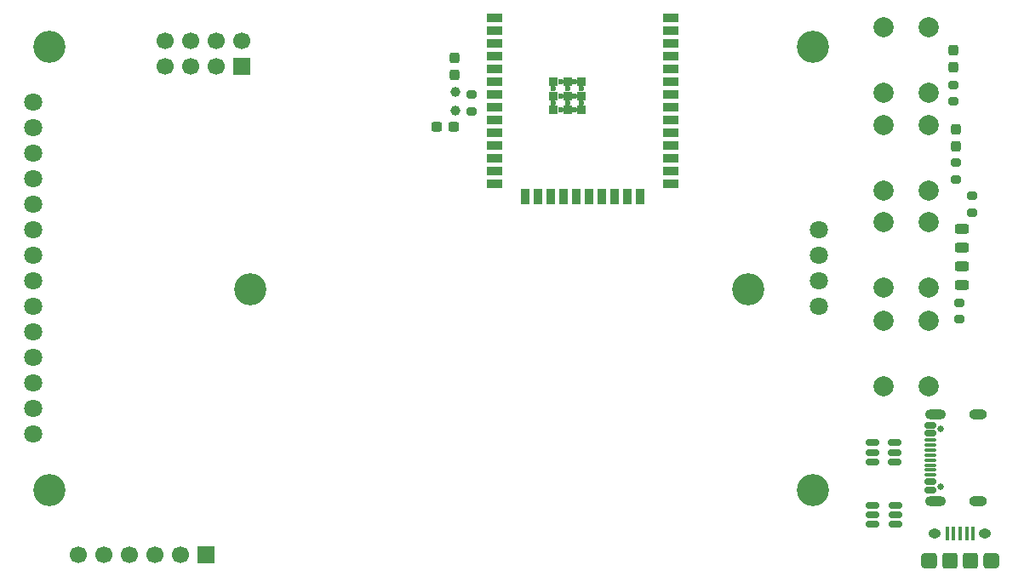
<source format=gts>
%TF.GenerationSoftware,KiCad,Pcbnew,9.0.5*%
%TF.CreationDate,2025-11-26T19:59:54+01:00*%
%TF.ProjectId,stacja_pogody_modu__wew,73746163-6a61-45f7-906f-676f64795f6d,rev?*%
%TF.SameCoordinates,Original*%
%TF.FileFunction,Soldermask,Top*%
%TF.FilePolarity,Negative*%
%FSLAX46Y46*%
G04 Gerber Fmt 4.6, Leading zero omitted, Abs format (unit mm)*
G04 Created by KiCad (PCBNEW 9.0.5) date 2025-11-26 19:59:54*
%MOMM*%
%LPD*%
G01*
G04 APERTURE LIST*
G04 Aperture macros list*
%AMRoundRect*
0 Rectangle with rounded corners*
0 $1 Rounding radius*
0 $2 $3 $4 $5 $6 $7 $8 $9 X,Y pos of 4 corners*
0 Add a 4 corners polygon primitive as box body*
4,1,4,$2,$3,$4,$5,$6,$7,$8,$9,$2,$3,0*
0 Add four circle primitives for the rounded corners*
1,1,$1+$1,$2,$3*
1,1,$1+$1,$4,$5*
1,1,$1+$1,$6,$7*
1,1,$1+$1,$8,$9*
0 Add four rect primitives between the rounded corners*
20,1,$1+$1,$2,$3,$4,$5,0*
20,1,$1+$1,$4,$5,$6,$7,0*
20,1,$1+$1,$6,$7,$8,$9,0*
20,1,$1+$1,$8,$9,$2,$3,0*%
G04 Aperture macros list end*
%ADD10C,3.200000*%
%ADD11C,1.800000*%
%ADD12R,1.700000X1.700000*%
%ADD13C,1.700000*%
%ADD14C,2.000000*%
%ADD15RoundRect,0.237500X-0.237500X0.300000X-0.237500X-0.300000X0.237500X-0.300000X0.237500X0.300000X0*%
%ADD16RoundRect,0.200000X0.275000X-0.200000X0.275000X0.200000X-0.275000X0.200000X-0.275000X-0.200000X0*%
%ADD17RoundRect,0.243750X0.456250X-0.243750X0.456250X0.243750X-0.456250X0.243750X-0.456250X-0.243750X0*%
%ADD18RoundRect,0.200000X-0.275000X0.200000X-0.275000X-0.200000X0.275000X-0.200000X0.275000X0.200000X0*%
%ADD19C,1.000000*%
%ADD20RoundRect,0.150000X0.512500X0.150000X-0.512500X0.150000X-0.512500X-0.150000X0.512500X-0.150000X0*%
%ADD21R,1.500000X0.900000*%
%ADD22R,0.900000X1.500000*%
%ADD23R,0.900000X0.900000*%
%ADD24C,0.600000*%
%ADD25C,0.650000*%
%ADD26RoundRect,0.150000X0.425000X-0.150000X0.425000X0.150000X-0.425000X0.150000X-0.425000X-0.150000X0*%
%ADD27RoundRect,0.075000X0.500000X-0.075000X0.500000X0.075000X-0.500000X0.075000X-0.500000X-0.075000X0*%
%ADD28O,2.100000X1.000000*%
%ADD29O,1.800000X1.000000*%
%ADD30RoundRect,0.237500X-0.300000X-0.237500X0.300000X-0.237500X0.300000X0.237500X-0.300000X0.237500X0*%
%ADD31RoundRect,0.100000X-0.100000X-0.575000X0.100000X-0.575000X0.100000X0.575000X-0.100000X0.575000X0*%
%ADD32O,0.890000X1.550000*%
%ADD33RoundRect,0.250000X-0.475000X-0.525000X0.475000X-0.525000X0.475000X0.525000X-0.475000X0.525000X0*%
%ADD34O,1.250000X0.950000*%
%ADD35RoundRect,0.250000X-0.500000X-0.525000X0.500000X-0.525000X0.500000X0.525000X-0.500000X0.525000X0*%
%ADD36RoundRect,0.243750X-0.456250X0.243750X-0.456250X-0.243750X0.456250X-0.243750X0.456250X0.243750X0*%
%ADD37C,0.350000*%
%ADD38C,0.200000*%
%ADD39O,1.700000X0.600000*%
%ADD40O,1.400000X0.600000*%
%ADD41O,0.500000X1.150000*%
%ADD42O,0.850000X0.550000*%
G04 APERTURE END LIST*
D10*
%TO.C,H2*%
X174500000Y-87000000D03*
%TD*%
%TO.C,U3*%
X180918400Y-106995026D03*
X180918044Y-62894849D03*
X105024743Y-62907515D03*
X105018400Y-106995026D03*
D11*
X103419672Y-68399569D03*
X103419672Y-70939569D03*
X103419672Y-73479569D03*
X103419672Y-76019569D03*
X103419672Y-78559569D03*
X103419672Y-81099569D03*
X103419672Y-83639569D03*
X103419672Y-86179569D03*
X103419672Y-88719569D03*
X103419672Y-91259569D03*
X103419672Y-93799569D03*
X103419672Y-96339569D03*
X103419672Y-98879569D03*
X103419672Y-101419569D03*
X181518044Y-81099849D03*
X181518044Y-83639849D03*
X181518044Y-86179849D03*
X181518044Y-88719849D03*
%TD*%
D12*
%TO.C,J2*%
X120620000Y-113440000D03*
D13*
X118080000Y-113440000D03*
X115540000Y-113440000D03*
X113000000Y-113440000D03*
X110460000Y-113440000D03*
X107920000Y-113440000D03*
%TD*%
D14*
%TO.C,SW4*%
X192440000Y-90190000D03*
X192440000Y-96690000D03*
X187940000Y-90190000D03*
X187940000Y-96690000D03*
%TD*%
D15*
%TO.C,C16*%
X145280000Y-63957500D03*
X145280000Y-65682500D03*
%TD*%
D16*
%TO.C,R16*%
X195490000Y-90010000D03*
X195490000Y-88360000D03*
%TD*%
D15*
%TO.C,C3*%
X194910000Y-63217500D03*
X194910000Y-64942500D03*
%TD*%
D17*
%TO.C,D1*%
X195770000Y-82857500D03*
X195770000Y-80982500D03*
%TD*%
D18*
%TO.C,R13*%
X196770000Y-77735000D03*
X196770000Y-79385000D03*
%TD*%
D19*
%TO.C,Y2*%
X145360000Y-67370000D03*
X145360000Y-69270000D03*
%TD*%
D14*
%TO.C,SW3*%
X192480000Y-80370000D03*
X192480000Y-86870000D03*
X187980000Y-80370000D03*
X187980000Y-86870000D03*
%TD*%
D20*
%TO.C,U4*%
X189115000Y-104200000D03*
X189115000Y-103250000D03*
X189115000Y-102300000D03*
X186840000Y-102300000D03*
X186840000Y-103250000D03*
X186840000Y-104200000D03*
%TD*%
D14*
%TO.C,SW2*%
X187990000Y-67460000D03*
X187990000Y-60960000D03*
X192490000Y-67460000D03*
X192490000Y-60960000D03*
%TD*%
D20*
%TO.C,U1*%
X189145000Y-110400000D03*
X189145000Y-109450000D03*
X189145000Y-108500000D03*
X186870000Y-108500000D03*
X186870000Y-109450000D03*
X186870000Y-110400000D03*
%TD*%
D10*
%TO.C,H1*%
X125000000Y-87000000D03*
%TD*%
D21*
%TO.C,U2*%
X149310000Y-60050000D03*
X149310000Y-61320000D03*
X149310000Y-62590000D03*
X149310000Y-63860000D03*
X149310000Y-65130000D03*
X149310000Y-66400000D03*
X149310000Y-67670000D03*
X149310000Y-68940000D03*
X149310000Y-70210000D03*
X149310000Y-71480000D03*
X149310000Y-72750000D03*
X149310000Y-74020000D03*
X149310000Y-75290000D03*
X149310000Y-76560000D03*
D22*
X152345000Y-77810000D03*
X153615000Y-77810000D03*
X154885000Y-77810000D03*
X156155000Y-77810000D03*
X157425000Y-77810000D03*
X158695000Y-77810000D03*
X159965000Y-77810000D03*
X161235000Y-77810000D03*
X162505000Y-77810000D03*
X163775000Y-77810000D03*
D21*
X166810000Y-76560000D03*
X166810000Y-75290000D03*
X166810000Y-74020000D03*
X166810000Y-72750000D03*
X166810000Y-71480000D03*
X166810000Y-70210000D03*
X166810000Y-68940000D03*
X166810000Y-67670000D03*
X166810000Y-66400000D03*
X166810000Y-65130000D03*
X166810000Y-63860000D03*
X166810000Y-62590000D03*
X166810000Y-61320000D03*
X166810000Y-60050000D03*
D23*
X155160000Y-66370000D03*
D24*
X155160000Y-67070000D03*
D23*
X155160000Y-67770000D03*
D24*
X155160000Y-68470000D03*
D23*
X155160000Y-69170000D03*
D24*
X155860000Y-66370000D03*
X155860000Y-67770000D03*
X155860000Y-69170000D03*
D23*
X156560000Y-66370000D03*
D24*
X156560000Y-67070000D03*
D23*
X156560000Y-67770000D03*
D24*
X156560000Y-68470000D03*
D23*
X156560000Y-69170000D03*
D24*
X157260000Y-66370000D03*
X157260000Y-67770000D03*
X157260000Y-69170000D03*
D23*
X157960000Y-66370000D03*
D24*
X157960000Y-67070000D03*
D23*
X157960000Y-67770000D03*
D24*
X157960000Y-68470000D03*
D23*
X157960000Y-69170000D03*
%TD*%
D18*
%TO.C,R17*%
X147000000Y-67645000D03*
X147000000Y-69295000D03*
%TD*%
%TO.C,R1*%
X195170000Y-74445000D03*
X195170000Y-76095000D03*
%TD*%
D25*
%TO.C,J3*%
X193675000Y-106650000D03*
X193675000Y-100870000D03*
D26*
X192600000Y-106960000D03*
X192600000Y-106160000D03*
D27*
X192600000Y-105010000D03*
X192600000Y-104010000D03*
X192600000Y-103510000D03*
X192600000Y-102510000D03*
D26*
X192600000Y-101360000D03*
X192600000Y-100560000D03*
X192600000Y-100560000D03*
X192600000Y-101360000D03*
D27*
X192600000Y-102010000D03*
X192600000Y-103010000D03*
X192600000Y-104510000D03*
X192600000Y-105510000D03*
D26*
X192600000Y-106160000D03*
X192600000Y-106960000D03*
D28*
X193175000Y-108080000D03*
D29*
X197355000Y-108080000D03*
D28*
X193175000Y-99440000D03*
D29*
X197355000Y-99440000D03*
%TD*%
D30*
%TO.C,C15*%
X143517500Y-70880000D03*
X145242500Y-70880000D03*
%TD*%
D31*
%TO.C,J1*%
X194290000Y-111290000D03*
X194940000Y-111290000D03*
X195590000Y-111290000D03*
X196240000Y-111290000D03*
X196890000Y-111290000D03*
D32*
X192090000Y-113990000D03*
D33*
X192565000Y-113990000D03*
D34*
X193090000Y-111290000D03*
D35*
X194590000Y-113990000D03*
X196590000Y-113990000D03*
D34*
X198090000Y-111290000D03*
D33*
X198615000Y-113990000D03*
D32*
X199090000Y-113990000D03*
%TD*%
D36*
%TO.C,D3*%
X195740000Y-84722500D03*
X195740000Y-86597500D03*
%TD*%
D18*
%TO.C,R3*%
X194930000Y-66665000D03*
X194930000Y-68315000D03*
%TD*%
D14*
%TO.C,SW1*%
X187990000Y-77180000D03*
X187990000Y-70680000D03*
X192490000Y-77180000D03*
X192490000Y-70680000D03*
%TD*%
D15*
%TO.C,C1*%
X195170000Y-71067500D03*
X195170000Y-72792500D03*
%TD*%
D12*
%TO.C,U5*%
X124170000Y-64840000D03*
D13*
X124170000Y-62300000D03*
X121630000Y-64840000D03*
X121630000Y-62300000D03*
X119090000Y-64840000D03*
X119090000Y-62300000D03*
X116550000Y-64840000D03*
X116550000Y-62300000D03*
%TD*%
D37*
X174500000Y-87000000D03*
X180918400Y-106995026D03*
X180918044Y-62894849D03*
X105024743Y-62907515D03*
X105018400Y-106995026D03*
X103419672Y-68399569D03*
X103419672Y-70939569D03*
X103419672Y-73479569D03*
X103419672Y-76019569D03*
X103419672Y-78559569D03*
X103419672Y-81099569D03*
X103419672Y-83639569D03*
X103419672Y-86179569D03*
X103419672Y-88719569D03*
X103419672Y-91259569D03*
X103419672Y-93799569D03*
X103419672Y-96339569D03*
X103419672Y-98879569D03*
X103419672Y-101419569D03*
X181518044Y-81099849D03*
X181518044Y-83639849D03*
X181518044Y-86179849D03*
X181518044Y-88719849D03*
X120620000Y-113440000D03*
X118080000Y-113440000D03*
X115540000Y-113440000D03*
X113000000Y-113440000D03*
X110460000Y-113440000D03*
X107920000Y-113440000D03*
X192440000Y-90190000D03*
X192440000Y-96690000D03*
X187940000Y-90190000D03*
X187940000Y-96690000D03*
X145360000Y-67370000D03*
X145360000Y-69270000D03*
X192480000Y-80370000D03*
X192480000Y-86870000D03*
X187980000Y-80370000D03*
X187980000Y-86870000D03*
X187990000Y-67460000D03*
X187990000Y-60960000D03*
X192490000Y-67460000D03*
X192490000Y-60960000D03*
X125000000Y-87000000D03*
D38*
X155160000Y-67070000D03*
X155160000Y-68470000D03*
X155860000Y-66370000D03*
X155860000Y-67770000D03*
X155860000Y-69170000D03*
X156560000Y-67070000D03*
X156560000Y-68470000D03*
X157260000Y-66370000D03*
X157260000Y-67770000D03*
X157260000Y-69170000D03*
X157960000Y-67070000D03*
X157960000Y-68470000D03*
D37*
X193675000Y-106650000D03*
X193675000Y-100870000D03*
D39*
X193175000Y-108080000D03*
D40*
X197355000Y-108080000D03*
D39*
X193175000Y-99440000D03*
D40*
X197355000Y-99440000D03*
D41*
X192090000Y-113990000D03*
D42*
X193090000Y-111290000D03*
X198090000Y-111290000D03*
D41*
X199090000Y-113990000D03*
D37*
X187990000Y-77180000D03*
X187990000Y-70680000D03*
X192490000Y-77180000D03*
X192490000Y-70680000D03*
X124170000Y-64840000D03*
X124170000Y-62300000D03*
X121630000Y-64840000D03*
X121630000Y-62300000D03*
X119090000Y-64840000D03*
X119090000Y-62300000D03*
X116550000Y-64840000D03*
X116550000Y-62300000D03*
M02*

</source>
